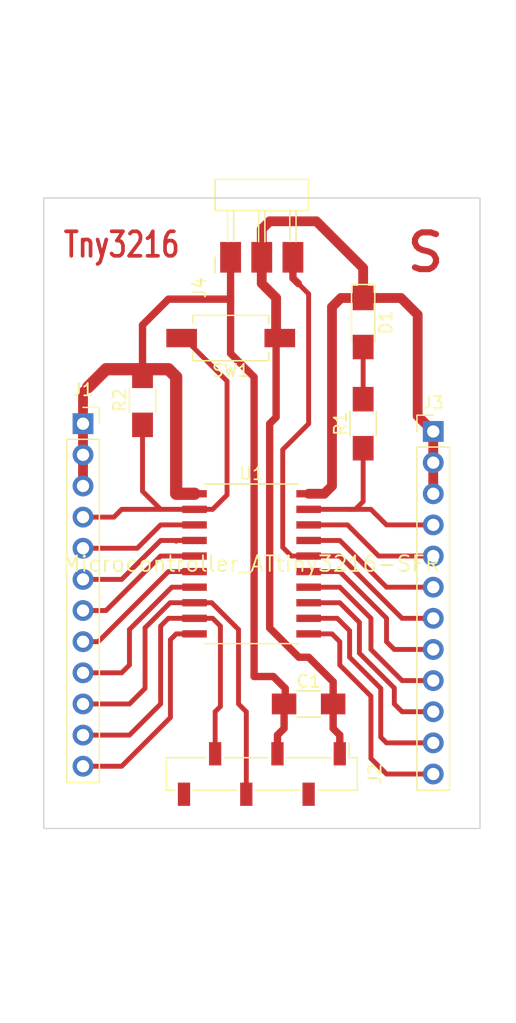
<source format=kicad_pcb>
(kicad_pcb (version 20211014) (generator pcbnew)
  (layers (0 "F.Cu" signal) (31 "B.Cu" signal) (34 "B.Paste" user) (35 "F.Paste" user) (36 "B.SilkS" user "B.Silkscreen") (37 "F.SilkS" user "F.Silkscreen") (38 "B.Mask" user) (39 "F.Mask" user) (44 "Edge.Cuts" user))
  (net 0 "")
  (net 1 "GND")
  (net 2 "VCC")
  (net 3 "Net-(D1-Pad2)")
  (net 4 "/BUTTON")
  (net 5 "/3")
  (net 6 "/4")
  (net 7 "/5")
  (net 8 "/6")
  (net 9 "/7")
  (net 10 "/TX")
  (net 11 "/RX")
  (net 12 "/10")
  (net 15 "/LED")
  (net 16 "/18")
  (net 17 "/17")
  (net 18 "/UPDI")
  (net 19 "/15")
  (net 20 "/14")
  (net 21 "/13")
  (net 22 "/12")
  (net 23 "/11")
  (footprint "fab:PinHeader_1x03_P2.54mm_Horizontal_SMD" (layer "F.Cu") (at 63.49 54.37 90)
    (fp_text reference "J4" (at -1.524 -2.54 90) (layer "F.SilkS") (effects (justify right)))
    (fp_text value "Conn_PinHeader_1x03_P2.54mm_Horizontal_SMD")
    (fp_line (start 3.81 2.794) (end 1.27 2.794) (layer "F.SilkS") (width 0.12))
    (fp_line (start -1.27 -1.27) (end 0 -1.27) (layer "F.SilkS") (width 0.12))
    (fp_line (start 3.81 2.286) (end 1.27 2.286) (layer "F.SilkS") (width 0.12))
    (fp_line (start 3.81 -1.27) (end 6.35 -1.27) (layer "F.SilkS") (width 0.12))
    (fp_line (start 3.81 -0.254) (end 1.27 -0.254) (layer "F.SilkS") (width 0.12))
    (fp_line (start 6.35 -1.27) (end 6.35 6.35) (layer "F.SilkS") (width 0.12))
    (fp_line (start 3.81 0.254) (end 1.27 0.254) (layer "F.SilkS") (width 0.12))
    (fp_line (start 3.81 6.35) (end 3.81 -1.27) (layer "F.SilkS") (width 0.12))
    (fp_line (start 3.81 5.334) (end 1.27 5.334) (layer "F.SilkS") (width 0.12))
    (fp_line (start 3.81 4.826) (end 1.27 4.826) (layer "F.SilkS") (width 0.12))
    (fp_line (start 6.35 6.35) (end 3.81 6.35) (layer "F.SilkS") (width 0.12))
    (pad "1" smd rect locked (at 0 5.08 90) (size 2.5 1.7) (layers "F.Cu" "F.Paste" "F.Mask") (net 18 "/UPDI"))
    (pad "2" smd rect locked (at 0 2.54 90) (size 2.5 1.7) (layers "F.Cu" "F.Paste" "F.Mask") (net 1 "GND"))
    (pad "3" smd rect locked (at 0 0 90) (size 2.5 1.7) (layers "F.Cu" "F.Paste" "F.Mask") (net 2 "VCC"))
  )
  (footprint "fab:Button_C&K_PTS636_6x3.5mm" (layer "F.Cu") (at 63.5 60.96 180)
    (fp_text reference "SW1" (at 0 -2.65) (layer "F.SilkS"))
    (fp_text value "BUTTON_PTS636")
    (fp_line (start -3.1 1.85) (end 3.1 1.85) (layer "F.SilkS") (width 0.12))
    (fp_line (start 3.1 -1.85) (end 3.1 -1.2) (layer "F.SilkS") (width 0.12))
    (fp_line (start -3.1 1.2) (end -3.1 1.85) (layer "F.SilkS") (width 0.12))
    (fp_line (start 3.1 1.85) (end 3.1 1.2) (layer "F.SilkS") (width 0.12))
    (fp_line (start -3.1 -1.85) (end -3.1 -1.2) (layer "F.SilkS") (width 0.12))
    (fp_line (start 3.1 -1.85) (end -3.1 -1.85) (layer "F.SilkS") (width 0.12))
    (pad "1" smd rect locked (at -4 0 180) (size 2.5 1.5) (layers "F.Cu" "F.Paste" "F.Mask") (net 1 "GND"))
    (pad "2" smd rect locked (at 4 0 180) (size 2.5 1.5) (layers "F.Cu" "F.Paste" "F.Mask") (net 4 "/BUTTON"))
  )
  (footprint "fab:C_1206" (layer "F.Cu") (at 69.85 90.805)
    (fp_text reference "C1" (at 0 -1.85) (layer "F.SilkS"))
    (fp_text value "10 uF")
    (fp_line (start -1 -1.07) (end 1 -1.07) (layer "F.SilkS") (width 0.12))
    (fp_line (start 1 1.07) (end -1 1.07) (layer "F.SilkS") (width 0.12))
    (pad "1" smd rect locked (at -2 0) (size 2 1.7) (layers "F.Cu" "F.Paste" "F.Mask") (net 2 "VCC"))
    (pad "2" smd rect locked (at 2 0) (size 2 1.7) (layers "F.Cu" "F.Paste" "F.Mask") (net 1 "GND"))
  )
  (footprint "fab:R_1206" (layer "F.Cu") (at 74.295 67.945 90)
    (fp_text reference "R1" (at 0 -1.85 90) (layer "F.SilkS"))
    (fp_text value "10k")
    (fp_line (start -1 -1.07) (end 1 -1.07) (layer "F.SilkS") (width 0.12))
    (fp_line (start 1 1.07) (end -1 1.07) (layer "F.SilkS") (width 0.12))
    (pad "1" smd rect locked (at -2 0 90) (size 2 1.7) (layers "F.Cu" "F.Paste" "F.Mask") (net 15 "/LED"))
    (pad "2" smd rect locked (at 2 0 90) (size 2 1.7) (layers "F.Cu" "F.Paste" "F.Mask") (net 3 "Net-(D1-Pad2)"))
  )
  (footprint "Connector_PinSocket_2.54mm:PinSocket_1x12_P2.54mm_Vertical" (layer "F.Cu") (at 51.46 67.945)
    (fp_text reference "J1" (at 0 -2.77) (layer "F.SilkS"))
    (fp_text value "Conn_01x12_Male")
    (fp_line (start 1.33 -1.33) (end 1.33 0) (layer "F.SilkS") (width 0.12))
    (fp_line (start -1.33 1.27) (end 1.33 1.27) (layer "F.SilkS") (width 0.12))
    (fp_line (start -1.33 1.27) (end -1.33 29.27) (layer "F.SilkS") (width 0.12))
    (fp_line (start 1.33 1.27) (end 1.33 29.27) (layer "F.SilkS") (width 0.12))
    (fp_line (start -1.33 29.27) (end 1.33 29.27) (layer "F.SilkS") (width 0.12))
    (fp_line (start 0 -1.33) (end 1.33 -1.33) (layer "F.SilkS") (width 0.12))
    (pad "1" thru_hole rect locked (at 0 0) (size 1.7 1.7) (drill 1) (layers *.Cu *.Mask) (net 2 "VCC"))
    (pad "2" thru_hole oval locked (at 0 2.54) (size 1.7 1.7) (drill 1) (layers *.Cu *.Mask) (net 2 "VCC"))
    (pad "3" thru_hole oval locked (at 0 5.08) (size 1.7 1.7) (drill 1) (layers *.Cu *.Mask) (net 2 "VCC"))
    (pad "4" thru_hole oval locked (at 0 7.62) (size 1.7 1.7) (drill 1) (layers *.Cu *.Mask) (net 4 "/BUTTON"))
    (pad "5" thru_hole oval locked (at 0 10.16) (size 1.7 1.7) (drill 1) (layers *.Cu *.Mask) (net 5 "/3"))
    (pad "6" thru_hole oval locked (at 0 12.7) (size 1.7 1.7) (drill 1) (layers *.Cu *.Mask) (net 6 "/4"))
    (pad "7" thru_hole oval locked (at 0 15.24) (size 1.7 1.7) (drill 1) (layers *.Cu *.Mask) (net 7 "/5"))
    (pad "8" thru_hole oval locked (at 0 17.78) (size 1.7 1.7) (drill 1) (layers *.Cu *.Mask) (net 8 "/6"))
    (pad "9" thru_hole oval locked (at 0 20.32) (size 1.7 1.7) (drill 1) (layers *.Cu *.Mask) (net 9 "/7"))
    (pad "10" thru_hole oval locked (at 0 22.86) (size 1.7 1.7) (drill 1) (layers *.Cu *.Mask) (net 10 "/TX"))
    (pad "11" thru_hole oval locked (at 0 25.4) (size 1.7 1.7) (drill 1) (layers *.Cu *.Mask) (net 11 "/RX"))
    (pad "12" thru_hole oval locked (at 0 27.94) (size 1.7 1.7) (drill 1) (layers *.Cu *.Mask) (net 12 "/10"))
  )
  (footprint "fab:LED_1206" (layer "F.Cu") (at 74.295 59.69 -90)
    (fp_text reference "D1" (at 0 -1.85 -90) (layer "F.SilkS"))
    (fp_text value "LED")
    (fp_line (start -3.1 -0.95) (end -3.1 0.95) (layer "F.SilkS") (width 0.12))
    (fp_line (start -3.1 0.95) (end 1.6 0.95) (layer "F.SilkS") (width 0.12))
    (fp_line (start -3.1 -0.95) (end 1.6 -0.95) (layer "F.SilkS") (width 0.12))
    (pad "1" smd rect locked (at -2 0 270) (size 2 1.7) (layers "F.Cu" "F.Paste" "F.Mask") (net 1 "GND"))
    (pad "2" smd rect locked (at 2 0 270) (size 2 1.7) (layers "F.Cu" "F.Paste" "F.Mask") (net 3 "Net-(D1-Pad2)"))
  )
  (footprint "Connector_PinSocket_2.54mm:PinSocket_1x06_P2.54mm_Vertical_SMD_Pin1Left" (layer "F.Cu") (at 66.04 96.52 -90)
    (fp_text reference "J2" (at 0 -9.22 -90) (layer "F.SilkS"))
    (fp_text value "Conn_PinHeader_FTDI_1x06_P2.54mm_Horizontal_SMD")
    (fp_line (start 1.33 7.11) (end 1.33 7.78) (layer "F.SilkS") (width 0.12))
    (fp_line (start 1.33 -7.78) (end 1.33 -4.57) (layer "F.SilkS") (width 0.12))
    (fp_line (start -1.33 4.57) (end -1.33 7.78) (layer "F.SilkS") (width 0.12))
    (fp_line (start -2.54 -7.11) (end -1.33 -7.11) (layer "F.SilkS") (width 0.12))
    (fp_line (start -1.33 -7.78) (end -1.33 -7.11) (layer "F.SilkS") (width 0.12))
    (fp_line (start -1.33 7.78) (end 1.33 7.78) (layer "F.SilkS") (width 0.12))
    (fp_line (start 1.33 2.03) (end 1.33 5.59) (layer "F.SilkS") (width 0.12))
    (fp_line (start -1.33 -7.78) (end 1.33 -7.78) (layer "F.SilkS") (width 0.12))
    (fp_line (start -1.33 -0.51) (end -1.33 3.05) (layer "F.SilkS") (width 0.12))
    (fp_line (start 1.33 -3.05) (end 1.33 0.51) (layer "F.SilkS") (width 0.12))
    (fp_line (start -1.33 -5.59) (end -1.33 -2.03) (layer "F.SilkS") (width 0.12))
    (pad "1" smd rect locked (at -1.65 -6.35 270) (size 1.9 1) (layers "F.Cu" "F.Paste" "F.Mask") (net 1 "GND"))
    (pad "2" smd rect locked (at 1.65 -3.81 270) (size 1.9 1) (layers "F.Cu" "F.Paste" "F.Mask"))
    (pad "3" smd rect locked (at -1.65 -1.27 270) (size 1.9 1) (layers "F.Cu" "F.Paste" "F.Mask") (net 2 "VCC"))
    (pad "4" smd rect locked (at 1.65 1.27 270) (size 1.9 1) (layers "F.Cu" "F.Paste" "F.Mask") (net 10 "/TX"))
    (pad "5" smd rect locked (at -1.65 3.81 270) (size 1.9 1) (layers "F.Cu" "F.Paste" "F.Mask") (net 11 "/RX"))
    (pad "6" smd rect locked (at 1.65 6.35 270) (size 1.9 1) (layers "F.Cu" "F.Paste" "F.Mask"))
  )
  (footprint "Connector_PinHeader_2.54mm:PinHeader_1x12_P2.54mm_Vertical" (layer "F.Cu") (at 80.01 68.58)
    (fp_text reference "J3" (at 0 -2.33) (layer "F.SilkS"))
    (fp_text value "Conn_01x12_Male")
    (fp_line (start 1.33 1.27) (end 1.33 29.27) (layer "F.SilkS") (width 0.12))
    (fp_line (start -1.33 -1.33) (end 0 -1.33) (layer "F.SilkS") (width 0.12))
    (fp_line (start -1.33 1.27) (end -1.33 29.27) (layer "F.SilkS") (width 0.12))
    (fp_line (start -1.33 0) (end -1.33 -1.33) (layer "F.SilkS") (width 0.12))
    (fp_line (start -1.33 29.27) (end 1.33 29.27) (layer "F.SilkS") (width 0.12))
    (fp_line (start -1.33 1.27) (end 1.33 1.27) (layer "F.SilkS") (width 0.12))
    (pad "1" thru_hole rect locked (at 0 0) (size 1.7 1.7) (drill 1) (layers *.Cu *.Mask) (net 1 "GND"))
    (pad "2" thru_hole oval locked (at 0 2.54) (size 1.7 1.7) (drill 1) (layers *.Cu *.Mask) (net 1 "GND"))
    (pad "3" thru_hole oval locked (at 0 5.08) (size 1.7 1.7) (drill 1) (layers *.Cu *.Mask) (net 1 "GND"))
    (pad "4" thru_hole oval locked (at 0 7.62) (size 1.7 1.7) (drill 1) (layers *.Cu *.Mask) (net 15 "/LED"))
    (pad "5" thru_hole oval locked (at 0 10.16) (size 1.7 1.7) (drill 1) (layers *.Cu *.Mask) (net 16 "/18"))
    (pad "6" thru_hole oval locked (at 0 12.7) (size 1.7 1.7) (drill 1) (layers *.Cu *.Mask) (net 17 "/17"))
    (pad "7" thru_hole oval locked (at 0 15.24) (size 1.7 1.7) (drill 1) (layers *.Cu *.Mask) (net 18 "/UPDI"))
    (pad "8" thru_hole oval locked (at 0 17.78) (size 1.7 1.7) (drill 1) (layers *.Cu *.Mask) (net 19 "/15"))
    (pad "9" thru_hole oval locked (at 0 20.32) (size 1.7 1.7) (drill 1) (layers *.Cu *.Mask) (net 20 "/14"))
    (pad "10" thru_hole oval locked (at 0 22.86) (size 1.7 1.7) (drill 1) (layers *.Cu *.Mask) (net 21 "/13"))
    (pad "11" thru_hole oval locked (at 0 25.4) (size 1.7 1.7) (drill 1) (layers *.Cu *.Mask) (net 22 "/12"))
    (pad "12" thru_hole oval locked (at 0 27.94) (size 1.7 1.7) (drill 1) (layers *.Cu *.Mask) (net 23 "/11"))
  )
  (footprint "fab:R_1206" (layer "F.Cu") (at 56.31 66.04 90)
    (fp_text reference "R2" (at 0 -1.85 90) (layer "F.SilkS"))
    (fp_text value "10k")
    (fp_line (start 1 1.07) (end -1 1.07) (layer "F.SilkS") (width 0.12))
    (fp_line (start -1 -1.07) (end 1 -1.07) (layer "F.SilkS") (width 0.12))
    (pad "1" smd rect locked (at -2 0 90) (size 2 1.7) (layers "F.Cu" "F.Paste" "F.Mask") (net 4 "/BUTTON"))
    (pad "2" smd rect locked (at 2 0 90) (size 2 1.7) (layers "F.Cu" "F.Paste" "F.Mask") (net 2 "VCC"))
  )
  (footprint "fab:SOIC-20_7.5x12.8mm_P1.27mm" (layer "F.Cu") (at 65.2 79.375)
    (fp_text reference "U1" (at 0 -7.35) (layer "F.SilkS"))
    (fp_text value "Microcontroller_ATtiny3216-SFR" (at 0 0) (layer "F.SilkS") (effects (font (size 1.27 1.27))))
    (fp_line (start 0 -6.51) (end -3.86 -6.51) (layer "F.SilkS") (width 0.12))
    (fp_line (start 0 6.51) (end -3.86 6.51) (layer "F.SilkS") (width 0.12))
    (fp_line (start 0 6.51) (end 3.86 6.51) (layer "F.SilkS") (width 0.12))
    (fp_line (start 0 -6.51) (end 3.86 -6.51) (layer "F.SilkS") (width 0.12))
    (pad "1" smd rect locked (at -4.65 -5.715) (size 2 0.6) (layers "F.Cu" "F.Paste" "F.Mask") (net 2 "VCC"))
    (pad "2" smd rect locked (at -4.65 -4.445) (size 2 0.6) (layers "F.Cu" "F.Paste" "F.Mask") (net 4 "/BUTTON"))
    (pad "3" smd rect locked (at -4.65 -3.175) (size 2 0.6) (layers "F.Cu" "F.Paste" "F.Mask") (net 5 "/3"))
    (pad "4" smd rect locked (at -4.65 -1.905) (size 2 0.6) (layers "F.Cu" "F.Paste" "F.Mask") (net 6 "/4"))
    (pad "5" smd rect locked (at -4.65 -0.635) (size 2 0.6) (layers "F.Cu" "F.Paste" "F.Mask") (net 7 "/5"))
    (pad "6" smd rect locked (at -4.65 0.635) (size 2 0.6) (layers "F.Cu" "F.Paste" "F.Mask") (net 8 "/6"))
    (pad "7" smd rect locked (at -4.65 1.905) (size 2 0.6) (layers "F.Cu" "F.Paste" "F.Mask") (net 9 "/7"))
    (pad "8" smd rect locked (at -4.65 3.175) (size 2 0.6) (layers "F.Cu" "F.Paste" "F.Mask") (net 10 "/TX"))
    (pad "9" smd rect locked (at -4.65 4.445) (size 2 0.6) (layers "F.Cu" "F.Paste" "F.Mask") (net 11 "/RX"))
    (pad "10" smd rect locked (at -4.65 5.715) (size 2 0.6) (layers "F.Cu" "F.Paste" "F.Mask") (net 12 "/10"))
    (pad "11" smd rect locked (at 4.65 5.715) (size 2 0.6) (layers "F.Cu" "F.Paste" "F.Mask") (net 23 "/11"))
    (pad "12" smd rect locked (at 4.65 4.445) (size 2 0.6) (layers "F.Cu" "F.Paste" "F.Mask") (net 22 "/12"))
    (pad "13" smd rect locked (at 4.65 3.175) (size 2 0.6) (layers "F.Cu" "F.Paste" "F.Mask") (net 21 "/13"))
    (pad "14" smd rect locked (at 4.65 1.905) (size 2 0.6) (layers "F.Cu" "F.Paste" "F.Mask") (net 20 "/14"))
    (pad "15" smd rect locked (at 4.65 0.635) (size 2 0.6) (layers "F.Cu" "F.Paste" "F.Mask") (net 19 "/15"))
    (pad "16" smd rect locked (at 4.65 -0.635) (size 2 0.6) (layers "F.Cu" "F.Paste" "F.Mask") (net 18 "/UPDI"))
    (pad "17" smd rect locked (at 4.65 -1.905) (size 2 0.6) (layers "F.Cu" "F.Paste" "F.Mask") (net 17 "/17"))
    (pad "18" smd rect locked (at 4.65 -3.175) (size 2 0.6) (layers "F.Cu" "F.Paste" "F.Mask") (net 16 "/18"))
    (pad "19" smd rect locked (at 4.65 -4.445) (size 2 0.6) (layers "F.Cu" "F.Paste" "F.Mask") (net 15 "/LED"))
    (pad "20" smd rect locked (at 4.65 -5.715) (size 2 0.6) (layers "F.Cu" "F.Paste" "F.Mask") (net 1 "GND"))
  )
  (gr_poly (pts (xy 83.82 49.53) (xy 83.82 100.965) (xy 48.26 100.965) (xy 48.26 49.53)) (layer "Edge.Cuts") (width 0.1) (fill none))
  (gr_text "S" (at 79.375 53.975) (layer "F.Cu") (effects (font (size 3 3) (thickness 0.5))))
  (gr_text "Tny3216" (at 54.61 53.34) (layer "F.Cu") (effects (font (size 2 1.5) (thickness 0.3))))
  (segment (start 72.39 93.345) (end 72.39 94.87) (width 0.6) (layer "F.Cu") (net 1))
  (segment (start 66.675 51.435) (end 66.03 52.08) (width 0.8) (layer "F.Cu") (net 1))
  (segment (start 67.2 57.675) (end 66.03 56.505) (width 0.8) (layer "F.Cu") (net 1))
  (segment (start 69.85 86.995) (end 71.85 88.995) (width 0.6) (layer "F.Cu") (net 1))
  (segment (start 67.2 60.635) (end 67.2 67.42) (width 0.6) (layer "F.Cu") (net 1))
  (segment (start 70.485 51.435) (end 66.675 51.435) (width 0.8) (layer "F.Cu") (net 1))
  (segment (start 66.03 52.08) (end 66.03 54.37) (width 0.8) (layer "F.Cu") (net 1))
  (segment (start 80.01 68.58) (end 80.01 71.12) (width 0.8) (layer "F.Cu") (net 1))
  (segment (start 78.74 67.31) (end 80.01 68.58) (width 0.8) (layer "F.Cu") (net 1))
  (segment (start 74.295 57.69) (end 72.485 57.69) (width 0.8) (layer "F.Cu") (net 1))
  (segment (start 69.055978 86.995) (end 69.85 86.995) (width 0.6) (layer "F.Cu") (net 1))
  (segment (start 66.675 84.614022) (end 69.055978 86.995) (width 0.6) (layer "F.Cu") (net 1))
  (segment (start 71.85 88.995) (end 71.85 90.805) (width 0.6) (layer "F.Cu") (net 1))
  (segment (start 66.03 56.505) (end 66.03 54.37) (width 0.8) (layer "F.Cu") (net 1))
  (segment (start 72.485 57.69) (end 71.755 58.42) (width 0.8) (layer "F.Cu") (net 1))
  (segment (start 71.755 73.025) (end 71.12 73.66) (width 0.8) (layer "F.Cu") (net 1))
  (segment (start 71.85 90.805) (end 71.85 92.805) (width 0.6) (layer "F.Cu") (net 1))
  (segment (start 77.375 57.69) (end 78.74 59.055) (width 0.8) (layer "F.Cu") (net 1))
  (segment (start 67.2 67.42) (end 66.675 67.945) (width 0.6) (layer "F.Cu") (net 1))
  (segment (start 71.12 73.66) (end 69.85 73.66) (width 0.8) (layer "F.Cu") (net 1))
  (segment (start 74.295 55.245) (end 70.485 51.435) (width 0.8) (layer "F.Cu") (net 1))
  (segment (start 74.295 57.69) (end 74.295 55.245) (width 0.8) (layer "F.Cu") (net 1))
  (segment (start 67.2 57.675) (end 67.2 60.635) (width 0.8) (layer "F.Cu") (net 1))
  (segment (start 80.01 71.12) (end 80.01 73.66) (width 0.8) (layer "F.Cu") (net 1))
  (segment (start 71.755 58.42) (end 71.755 73.025) (width 0.8) (layer "F.Cu") (net 1))
  (segment (start 71.85 92.805) (end 72.39 93.345) (width 0.6) (layer "F.Cu") (net 1))
  (segment (start 66.675 67.945) (end 66.675 84.614022) (width 0.6) (layer "F.Cu") (net 1))
  (segment (start 74.295 57.69) (end 77.375 57.69) (width 0.8) (layer "F.Cu") (net 1))
  (segment (start 78.74 59.055) (end 78.74 67.31) (width 0.8) (layer "F.Cu") (net 1))
  (segment (start 51.46 70.485) (end 51.46 67.945) (width 0.8) (layer "F.Cu") (net 2))
  (segment (start 63.49 57.775) (end 63.49 57.16) (width 0.6) (layer "F.Cu") (net 2))
  (segment (start 67.31 93.345) (end 67.31 94.87) (width 0.6) (layer "F.Cu") (net 2))
  (segment (start 56.31 59.895) (end 58.42 57.785) (width 0.6) (layer "F.Cu") (net 2))
  (segment (start 67.85 92.805) (end 67.31 93.345) (width 0.6) (layer "F.Cu") (net 2))
  (segment (start 63.49 57.785) (end 63.49 57.16) (width 0.4) (layer "F.Cu") (net 2))
  (segment (start 63.5 57.785) (end 63.49 57.775) (width 0.6) (layer "F.Cu") (net 2))
  (segment (start 66.975 88.565) (end 67.945 89.535) (width 0.6) (layer "F.Cu") (net 2))
  (segment (start 65.405 64.135) (end 63.49 62.22) (width 0.6) (layer "F.Cu") (net 2))
  (segment (start 63.49 57.16) (end 63.49 54.37) (width 0.6) (layer "F.Cu") (net 2))
  (segment (start 53.34 63.5) (end 51.88 64.96) (width 1) (layer "F.Cu") (net 2))
  (segment (start 59.055 64.135) (end 59.055 73.66) (width 1) (layer "F.Cu") (net 2))
  (segment (start 59.055 73.66) (end 60.55 73.66) (width 1) (layer "F.Cu") (net 2))
  (segment (start 67.85 90.805) (end 67.85 92.805) (width 0.6) (layer "F.Cu") (net 2))
  (segment (start 63.49 62.22) (end 63.49 57.16) (width 0.6) (layer "F.Cu") (net 2))
  (segment (start 65.405 88.565) (end 65.405 64.135) (width 0.6) (layer "F.Cu") (net 2))
  (segment (start 56.31 63.5) (end 56.31 59.895) (width 0.6) (layer "F.Cu") (net 2))
  (segment (start 67.945 89.535) (end 67.945 90.71) (width 0.6) (layer "F.Cu") (net 2))
  (segment (start 51.46 73.025) (end 51.46 70.485) (width 0.8) (layer "F.Cu") (net 2))
  (segment (start 51.46 67.945) (end 51.46 65.43) (width 0.8) (layer "F.Cu") (net 2))
  (segment (start 56.31 63.5) (end 53.34 63.5) (width 1) (layer "F.Cu") (net 2))
  (segment (start 65.405 88.565) (end 66.975 88.565) (width 0.6) (layer "F.Cu") (net 2))
  (segment (start 51.46 65.43) (end 51.435 65.405) (width 0.4) (layer "F.Cu") (net 2))
  (segment (start 58.42 57.785) (end 63.5 57.785) (width 0.6) (layer "F.Cu") (net 2))
  (segment (start 51.435 65.405) (end 51.88 64.96) (width 0.8) (layer "F.Cu") (net 2))
  (segment (start 56.31 63.5) (end 58.42 63.5) (width 1) (layer "F.Cu") (net 2))
  (segment (start 58.42 63.5) (end 59.055 64.135) (width 1) (layer "F.Cu") (net 2))
  (segment (start 67.945 90.71) (end 67.85 90.805) (width 0.6) (layer "F.Cu") (net 2))
  (segment (start 74.295 65.945) (end 74.295 61.69) (width 0.4) (layer "F.Cu") (net 3))
  (segment (start 53.975 75.565) (end 51.46 75.565) (width 0.4) (layer "F.Cu") (net 4))
  (segment (start 63.2 73.755) (end 63.2 64.47) (width 0.4) (layer "F.Cu") (net 4))
  (segment (start 60.55 74.93) (end 62.025 74.93) (width 0.4) (layer "F.Cu") (net 4))
  (segment (start 57.785 74.93) (end 56.31 73.455) (width 0.4) (layer "F.Cu") (net 4))
  (segment (start 54.61 74.93) (end 53.975 75.565) (width 0.4) (layer "F.Cu") (net 4))
  (segment (start 56.31 73.455) (end 56.31 68.04) (width 0.4) (layer "F.Cu") (net 4))
  (segment (start 63.2 64.47) (end 59.69 60.96) (width 0.4) (layer "F.Cu") (net 4))
  (segment (start 62.025 74.93) (end 63.2 73.755) (width 0.4) (layer "F.Cu") (net 4))
  (segment (start 59.69 60.96) (end 59.5 60.96) (width 0.4) (layer "F.Cu") (net 4))
  (segment (start 60.55 74.93) (end 57.785 74.93) (width 0.4) (layer "F.Cu") (net 4))
  (segment (start 57.785 74.93) (end 54.61 74.93) (width 0.4) (layer "F.Cu") (net 4))
  (segment (start 55.88 78.105) (end 51.46 78.105) (width 0.4) (layer "F.Cu") (net 5))
  (segment (start 57.785 76.2) (end 55.88 78.105) (width 0.4) (layer "F.Cu") (net 5))
  (segment (start 60.55 76.2) (end 57.785 76.2) (width 0.4) (layer "F.Cu") (net 5))
  (segment (start 54.61 80.645) (end 51.46 80.645) (width 0.4) (layer "F.Cu") (net 6))
  (segment (start 57.785 77.47) (end 54.61 80.645) (width 0.4) (layer "F.Cu") (net 6))
  (segment (start 60.55 77.47) (end 59.055 77.47) (width 0.4) (layer "F.Cu") (net 6))
  (segment (start 59.055 77.47) (end 57.785 77.47) (width 0.4) (layer "F.Cu") (net 6))
  (segment (start 59.055 77.47) (end 59.055 77.53154) (width 0.4) (layer "F.Cu") (net 6))
  (segment (start 53.34 83.185) (end 51.46 83.185) (width 0.4) (layer "F.Cu") (net 7))
  (segment (start 57.785 78.74) (end 53.34 83.185) (width 0.4) (layer "F.Cu") (net 7))
  (segment (start 60.55 78.74) (end 57.785 78.74) (width 0.4) (layer "F.Cu") (net 7))
  (segment (start 58.42 80.01) (end 52.705 85.725) (width 0.4) (layer "F.Cu") (net 8))
  (segment (start 60.55 80.01) (end 58.42 80.01) (width 0.4) (layer "F.Cu") (net 8))
  (segment (start 52.705 85.725) (end 51.46 85.725) (width 0.4) (layer "F.Cu") (net 8))
  (segment (start 58.698616 81.28) (end 55.245 84.733616) (width 0.4) (layer "F.Cu") (net 9))
  (segment (start 54.61 88.265) (end 51.46 88.265) (width 0.4) (layer "F.Cu") (net 9))
  (segment (start 55.245 84.733616) (end 55.245 87.63) (width 0.4) (layer "F.Cu") (net 9))
  (segment (start 55.245 87.63) (end 54.61 88.265) (width 0.4) (layer "F.Cu") (net 9))
  (segment (start 60.55 81.28) (end 58.698616 81.28) (width 0.4) (layer "F.Cu") (net 9))
  (segment (start 61.95 82.55) (end 64.135 84.735) (width 0.4) (layer "F.Cu") (net 10))
  (segment (start 56.515 84.594308) (end 56.515 89.535) (width 0.4) (layer "F.Cu") (net 10))
  (segment (start 55.245 90.805) (end 51.46 90.805) (width 0.4) (layer "F.Cu") (net 10))
  (segment (start 56.515 89.535) (end 55.245 90.805) (width 0.4) (layer "F.Cu") (net 10))
  (segment (start 64.135 84.735) (end 64.135 90.805) (width 0.4) (layer "F.Cu") (net 10))
  (segment (start 58.559308 82.55) (end 56.515 84.594308) (width 0.4) (layer "F.Cu") (net 10))
  (segment (start 60.55 82.55) (end 58.559308 82.55) (width 0.4) (layer "F.Cu") (net 10))
  (segment (start 60.55 82.55) (end 61.95 82.55) (width 0.4) (layer "F.Cu") (net 10))
  (segment (start 64.135 90.805) (end 64.77 91.44) (width 0.4) (layer "F.Cu") (net 10))
  (segment (start 64.77 91.44) (end 64.77 98.17) (width 0.4) (layer "F.Cu") (net 10))
  (segment (start 55.245 93.345) (end 51.46 93.345) (width 0.4) (layer "F.Cu") (net 11))
  (segment (start 62.66 91.01) (end 62.23 91.44) (width 0.4) (layer "F.Cu") (net 11))
  (segment (start 57.785 90.805) (end 55.245 93.345) (width 0.4) (layer "F.Cu") (net 11))
  (segment (start 58.42 83.82) (end 57.785 84.455) (width 0.4) (layer "F.Cu") (net 11))
  (segment (start 62.23 91.44) (end 62.23 94.87) (width 0.4) (layer "F.Cu") (net 11))
  (segment (start 62.66 84.455) (end 62.66 91.01) (width 0.4) (layer "F.Cu") (net 11))
  (segment (start 57.785 84.455) (end 57.785 90.805) (width 0.4) (layer "F.Cu") (net 11))
  (segment (start 62.025 83.82) (end 62.66 84.455) (width 0.4) (layer "F.Cu") (net 11))
  (segment (start 60.55 83.82) (end 62.025 83.82) (width 0.4) (layer "F.Cu") (net 11))
  (segment (start 60.55 83.82) (end 58.42 83.82) (width 0.4) (layer "F.Cu") (net 11))
  (segment (start 58.58452 91.91048) (end 54.61 95.885) (width 0.4) (layer "F.Cu") (net 12))
  (segment (start 60.55 85.09) (end 59.055 85.09) (width 0.4) (layer "F.Cu") (net 12))
  (segment (start 58.58452 85.56048) (end 58.58452 91.91048) (width 0.4) (layer "F.Cu") (net 12))
  (segment (start 59.055 85.09) (end 58.58452 85.56048) (width 0.4) (layer "F.Cu") (net 12))
  (segment (start 54.61 95.885) (end 51.46 95.885) (width 0.4) (layer "F.Cu") (net 12))
  (segment (start 74.93 74.93) (end 76.2 76.2) (width 0.4) (layer "F.Cu") (net 15))
  (segment (start 73.025 74.93) (end 73.66 74.93) (width 0.4) (layer "F.Cu") (net 15))
  (segment (start 73.025 74.93) (end 74.93 74.93) (width 0.4) (layer "F.Cu") (net 15))
  (segment (start 73.66 74.93) (end 74.295 74.295) (width 0.4) (layer "F.Cu") (net 15))
  (segment (start 74.295 74.295) (end 74.295 69.945) (width 0.4) (layer "F.Cu") (net 15))
  (segment (start 69.85 74.93) (end 73.025 74.93) (width 0.4) (layer "F.Cu") (net 15))
  (segment (start 76.2 76.2) (end 80.01 76.2) (width 0.4) (layer "F.Cu") (net 15))
  (segment (start 73.025 76.2) (end 75.565 78.74) (width 0.4) (layer "F.Cu") (net 16))
  (segment (start 75.565 78.74) (end 80.01 78.74) (width 0.4) (layer "F.Cu") (net 16))
  (segment (start 69.85 76.2) (end 73.025 76.2) (width 0.4) (layer "F.Cu") (net 16))
  (segment (start 69.85 77.47) (end 72.39 77.47) (width 0.4) (layer "F.Cu") (net 17))
  (segment (start 72.39 77.47) (end 76.2 81.28) (width 0.4) (layer "F.Cu") (net 17))
  (segment (start 76.2 81.28) (end 80.01 81.28) (width 0.4) (layer "F.Cu") (net 17))
  (segment (start 69.01 56.515) (end 68.57 56.075) (width 0.6) (layer "F.Cu") (net 18))
  (segment (start 68.57 56.075) (end 68.57 54.37) (width 0.6) (layer "F.Cu") (net 18))
  (segment (start 72.39 78.74) (end 77.47 83.82) (width 0.4) (layer "F.Cu") (net 18))
  (segment (start 68.45 78.74) (end 67.74 78.03) (width 0.4) (layer "F.Cu") (net 18))
  (segment (start 69.85 78.74) (end 72.39 78.74) (width 0.4) (layer "F.Cu") (net 18))
  (segment (start 77.47 83.82) (end 80.01 83.82) (width 0.4) (layer "F.Cu") (net 18))
  (segment (start 69.85 78.74) (end 68.45 78.74) (width 0.4) (layer "F.Cu") (net 18))
  (segment (start 67.74 70.057114) (end 69.85 67.947114) (width 0.4) (layer "F.Cu") (net 18))
  (segment (start 69.85 67.947114) (end 69.85 57.355) (width 0.4) (layer "F.Cu") (net 18))
  (segment (start 67.74 78.03) (end 67.74 70.057114) (width 0.4) (layer "F.Cu") (net 18))
  (segment (start 69.85 57.355) (end 69.01 56.515) (width 0.4) (layer "F.Cu") (net 18))
  (segment (start 76.2 85.725) (end 76.835 86.36) (width 0.4) (layer "F.Cu") (net 19))
  (segment (start 76.835 86.36) (end 80.01 86.36) (width 0.4) (layer "F.Cu") (net 19))
  (segment (start 69.85 80.01) (end 72.39 80.01) (width 0.4) (layer "F.Cu") (net 19))
  (segment (start 72.39 80.01) (end 76.2 83.82) (width 0.4) (layer "F.Cu") (net 19))
  (segment (start 76.2 83.82) (end 76.2 85.725) (width 0.4) (layer "F.Cu") (net 19))
  (segment (start 77.47 88.9) (end 80.01 88.9) (width 0.4) (layer "F.Cu") (net 20))
  (segment (start 74.93 86.36) (end 77.47 88.9) (width 0.4) (layer "F.Cu") (net 20))
  (segment (start 69.85 81.28) (end 72.39 81.28) (width 0.4) (layer "F.Cu") (net 20))
  (segment (start 72.39 81.28) (end 74.93 83.82) (width 0.4) (layer "F.Cu") (net 20))
  (segment (start 74.93 83.82) (end 74.93 86.36) (width 0.4) (layer "F.Cu") (net 20))
  (segment (start 77.47 91.44) (end 80.01 91.44) (width 0.4) (layer "F.Cu") (net 21))
  (segment (start 76.835 90.805) (end 77.47 91.44) (width 0.4) (layer "F.Cu") (net 21))
  (segment (start 76.835 89.509788) (end 76.835 90.805) (width 0.4) (layer "F.Cu") (net 21))
  (segment (start 73.98904 84.14904) (end 73.98904 86.663828) (width 0.4) (layer "F.Cu") (net 21))
  (segment (start 73.98904 86.663828) (end 76.835 89.509788) (width 0.4) (layer "F.Cu") (net 21))
  (segment (start 69.85 82.55) (end 72.39 82.55) (width 0.4) (layer "F.Cu") (net 21))
  (segment (start 72.39 82.55) (end 73.98904 84.14904) (width 0.4) (layer "F.Cu") (net 21))
  (segment (start 73.18952 84.82452) (end 72.185 83.82) (width 0.4) (layer "F.Cu") (net 22))
  (segment (start 75.72952 89.535) (end 73.18952 86.995) (width 0.4) (layer "F.Cu") (net 22))
  (segment (start 76.2 93.98) (end 75.72952 93.50952) (width 0.4) (layer "F.Cu") (net 22))
  (segment (start 76.2 93.98) (end 80.01 93.98) (width 0.4) (layer "F.Cu") (net 22))
  (segment (start 72.185 83.82) (end 69.85 83.82) (width 0.4) (layer "F.Cu") (net 22))
  (segment (start 75.72952 93.50952) (end 75.72952 89.535) (width 0.4) (layer "F.Cu") (net 22))
  (segment (start 73.18952 86.995) (end 73.18952 84.82452) (width 0.4) (layer "F.Cu") (net 22))
  (segment (start 72.39 87.63) (end 74.93 90.17) (width 0.4) (layer "F.Cu") (net 23))
  (segment (start 71.755 85.09) (end 72.39 85.725) (width 0.4) (layer "F.Cu") (net 23))
  (segment (start 74.93 90.17) (end 74.93 95.25) (width 0.4) (layer "F.Cu") (net 23))
  (segment (start 72.39 85.725) (end 72.39 87.63) (width 0.4) (layer "F.Cu") (net 23))
  (segment (start 76.2 96.52) (end 80.01 96.52) (width 0.4) (layer "F.Cu") (net 23))
  (segment (start 74.93 95.25) (end 76.2 96.52) (width 0.4) (layer "F.Cu") (net 23))
  (segment (start 69.85 85.09) (end 71.755 85.09) (width 0.4) (layer "F.Cu") (net 23))
)
</source>
